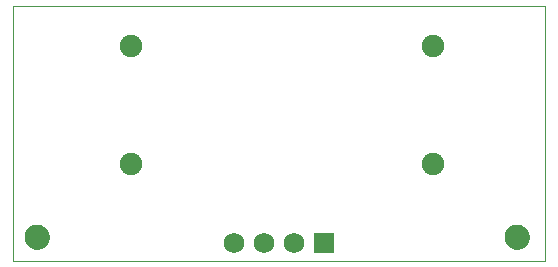
<source format=gbs>
G75*
%MOIN*%
%OFA0B0*%
%FSLAX25Y25*%
%IPPOS*%
%LPD*%
%AMOC8*
5,1,8,0,0,1.08239X$1,22.5*
%
%ADD10C,0.00000*%
%ADD11C,0.08274*%
%ADD12R,0.06900X0.06900*%
%ADD13C,0.06900*%
%ADD14C,0.07487*%
D10*
X0014157Y0019933D02*
X0014157Y0104733D01*
X0191322Y0104733D01*
X0191322Y0019933D01*
X0014157Y0019933D01*
X0018094Y0027807D02*
X0018096Y0027932D01*
X0018102Y0028057D01*
X0018112Y0028181D01*
X0018126Y0028305D01*
X0018143Y0028429D01*
X0018165Y0028552D01*
X0018191Y0028674D01*
X0018220Y0028796D01*
X0018253Y0028916D01*
X0018291Y0029035D01*
X0018331Y0029154D01*
X0018376Y0029270D01*
X0018424Y0029385D01*
X0018476Y0029499D01*
X0018532Y0029611D01*
X0018591Y0029721D01*
X0018653Y0029829D01*
X0018719Y0029936D01*
X0018788Y0030040D01*
X0018861Y0030141D01*
X0018936Y0030241D01*
X0019015Y0030338D01*
X0019097Y0030432D01*
X0019182Y0030524D01*
X0019269Y0030613D01*
X0019360Y0030699D01*
X0019453Y0030782D01*
X0019549Y0030863D01*
X0019647Y0030940D01*
X0019747Y0031014D01*
X0019850Y0031085D01*
X0019955Y0031152D01*
X0020063Y0031217D01*
X0020172Y0031277D01*
X0020283Y0031335D01*
X0020396Y0031388D01*
X0020510Y0031438D01*
X0020626Y0031485D01*
X0020743Y0031527D01*
X0020862Y0031566D01*
X0020982Y0031602D01*
X0021103Y0031633D01*
X0021225Y0031661D01*
X0021347Y0031684D01*
X0021471Y0031704D01*
X0021595Y0031720D01*
X0021719Y0031732D01*
X0021844Y0031740D01*
X0021969Y0031744D01*
X0022093Y0031744D01*
X0022218Y0031740D01*
X0022343Y0031732D01*
X0022467Y0031720D01*
X0022591Y0031704D01*
X0022715Y0031684D01*
X0022837Y0031661D01*
X0022959Y0031633D01*
X0023080Y0031602D01*
X0023200Y0031566D01*
X0023319Y0031527D01*
X0023436Y0031485D01*
X0023552Y0031438D01*
X0023666Y0031388D01*
X0023779Y0031335D01*
X0023890Y0031277D01*
X0024000Y0031217D01*
X0024107Y0031152D01*
X0024212Y0031085D01*
X0024315Y0031014D01*
X0024415Y0030940D01*
X0024513Y0030863D01*
X0024609Y0030782D01*
X0024702Y0030699D01*
X0024793Y0030613D01*
X0024880Y0030524D01*
X0024965Y0030432D01*
X0025047Y0030338D01*
X0025126Y0030241D01*
X0025201Y0030141D01*
X0025274Y0030040D01*
X0025343Y0029936D01*
X0025409Y0029829D01*
X0025471Y0029721D01*
X0025530Y0029611D01*
X0025586Y0029499D01*
X0025638Y0029385D01*
X0025686Y0029270D01*
X0025731Y0029154D01*
X0025771Y0029035D01*
X0025809Y0028916D01*
X0025842Y0028796D01*
X0025871Y0028674D01*
X0025897Y0028552D01*
X0025919Y0028429D01*
X0025936Y0028305D01*
X0025950Y0028181D01*
X0025960Y0028057D01*
X0025966Y0027932D01*
X0025968Y0027807D01*
X0025966Y0027682D01*
X0025960Y0027557D01*
X0025950Y0027433D01*
X0025936Y0027309D01*
X0025919Y0027185D01*
X0025897Y0027062D01*
X0025871Y0026940D01*
X0025842Y0026818D01*
X0025809Y0026698D01*
X0025771Y0026579D01*
X0025731Y0026460D01*
X0025686Y0026344D01*
X0025638Y0026229D01*
X0025586Y0026115D01*
X0025530Y0026003D01*
X0025471Y0025893D01*
X0025409Y0025785D01*
X0025343Y0025678D01*
X0025274Y0025574D01*
X0025201Y0025473D01*
X0025126Y0025373D01*
X0025047Y0025276D01*
X0024965Y0025182D01*
X0024880Y0025090D01*
X0024793Y0025001D01*
X0024702Y0024915D01*
X0024609Y0024832D01*
X0024513Y0024751D01*
X0024415Y0024674D01*
X0024315Y0024600D01*
X0024212Y0024529D01*
X0024107Y0024462D01*
X0023999Y0024397D01*
X0023890Y0024337D01*
X0023779Y0024279D01*
X0023666Y0024226D01*
X0023552Y0024176D01*
X0023436Y0024129D01*
X0023319Y0024087D01*
X0023200Y0024048D01*
X0023080Y0024012D01*
X0022959Y0023981D01*
X0022837Y0023953D01*
X0022715Y0023930D01*
X0022591Y0023910D01*
X0022467Y0023894D01*
X0022343Y0023882D01*
X0022218Y0023874D01*
X0022093Y0023870D01*
X0021969Y0023870D01*
X0021844Y0023874D01*
X0021719Y0023882D01*
X0021595Y0023894D01*
X0021471Y0023910D01*
X0021347Y0023930D01*
X0021225Y0023953D01*
X0021103Y0023981D01*
X0020982Y0024012D01*
X0020862Y0024048D01*
X0020743Y0024087D01*
X0020626Y0024129D01*
X0020510Y0024176D01*
X0020396Y0024226D01*
X0020283Y0024279D01*
X0020172Y0024337D01*
X0020062Y0024397D01*
X0019955Y0024462D01*
X0019850Y0024529D01*
X0019747Y0024600D01*
X0019647Y0024674D01*
X0019549Y0024751D01*
X0019453Y0024832D01*
X0019360Y0024915D01*
X0019269Y0025001D01*
X0019182Y0025090D01*
X0019097Y0025182D01*
X0019015Y0025276D01*
X0018936Y0025373D01*
X0018861Y0025473D01*
X0018788Y0025574D01*
X0018719Y0025678D01*
X0018653Y0025785D01*
X0018591Y0025893D01*
X0018532Y0026003D01*
X0018476Y0026115D01*
X0018424Y0026229D01*
X0018376Y0026344D01*
X0018331Y0026460D01*
X0018291Y0026579D01*
X0018253Y0026698D01*
X0018220Y0026818D01*
X0018191Y0026940D01*
X0018165Y0027062D01*
X0018143Y0027185D01*
X0018126Y0027309D01*
X0018112Y0027433D01*
X0018102Y0027557D01*
X0018096Y0027682D01*
X0018094Y0027807D01*
X0178094Y0027807D02*
X0178096Y0027932D01*
X0178102Y0028057D01*
X0178112Y0028181D01*
X0178126Y0028305D01*
X0178143Y0028429D01*
X0178165Y0028552D01*
X0178191Y0028674D01*
X0178220Y0028796D01*
X0178253Y0028916D01*
X0178291Y0029035D01*
X0178331Y0029154D01*
X0178376Y0029270D01*
X0178424Y0029385D01*
X0178476Y0029499D01*
X0178532Y0029611D01*
X0178591Y0029721D01*
X0178653Y0029829D01*
X0178719Y0029936D01*
X0178788Y0030040D01*
X0178861Y0030141D01*
X0178936Y0030241D01*
X0179015Y0030338D01*
X0179097Y0030432D01*
X0179182Y0030524D01*
X0179269Y0030613D01*
X0179360Y0030699D01*
X0179453Y0030782D01*
X0179549Y0030863D01*
X0179647Y0030940D01*
X0179747Y0031014D01*
X0179850Y0031085D01*
X0179955Y0031152D01*
X0180063Y0031217D01*
X0180172Y0031277D01*
X0180283Y0031335D01*
X0180396Y0031388D01*
X0180510Y0031438D01*
X0180626Y0031485D01*
X0180743Y0031527D01*
X0180862Y0031566D01*
X0180982Y0031602D01*
X0181103Y0031633D01*
X0181225Y0031661D01*
X0181347Y0031684D01*
X0181471Y0031704D01*
X0181595Y0031720D01*
X0181719Y0031732D01*
X0181844Y0031740D01*
X0181969Y0031744D01*
X0182093Y0031744D01*
X0182218Y0031740D01*
X0182343Y0031732D01*
X0182467Y0031720D01*
X0182591Y0031704D01*
X0182715Y0031684D01*
X0182837Y0031661D01*
X0182959Y0031633D01*
X0183080Y0031602D01*
X0183200Y0031566D01*
X0183319Y0031527D01*
X0183436Y0031485D01*
X0183552Y0031438D01*
X0183666Y0031388D01*
X0183779Y0031335D01*
X0183890Y0031277D01*
X0184000Y0031217D01*
X0184107Y0031152D01*
X0184212Y0031085D01*
X0184315Y0031014D01*
X0184415Y0030940D01*
X0184513Y0030863D01*
X0184609Y0030782D01*
X0184702Y0030699D01*
X0184793Y0030613D01*
X0184880Y0030524D01*
X0184965Y0030432D01*
X0185047Y0030338D01*
X0185126Y0030241D01*
X0185201Y0030141D01*
X0185274Y0030040D01*
X0185343Y0029936D01*
X0185409Y0029829D01*
X0185471Y0029721D01*
X0185530Y0029611D01*
X0185586Y0029499D01*
X0185638Y0029385D01*
X0185686Y0029270D01*
X0185731Y0029154D01*
X0185771Y0029035D01*
X0185809Y0028916D01*
X0185842Y0028796D01*
X0185871Y0028674D01*
X0185897Y0028552D01*
X0185919Y0028429D01*
X0185936Y0028305D01*
X0185950Y0028181D01*
X0185960Y0028057D01*
X0185966Y0027932D01*
X0185968Y0027807D01*
X0185966Y0027682D01*
X0185960Y0027557D01*
X0185950Y0027433D01*
X0185936Y0027309D01*
X0185919Y0027185D01*
X0185897Y0027062D01*
X0185871Y0026940D01*
X0185842Y0026818D01*
X0185809Y0026698D01*
X0185771Y0026579D01*
X0185731Y0026460D01*
X0185686Y0026344D01*
X0185638Y0026229D01*
X0185586Y0026115D01*
X0185530Y0026003D01*
X0185471Y0025893D01*
X0185409Y0025785D01*
X0185343Y0025678D01*
X0185274Y0025574D01*
X0185201Y0025473D01*
X0185126Y0025373D01*
X0185047Y0025276D01*
X0184965Y0025182D01*
X0184880Y0025090D01*
X0184793Y0025001D01*
X0184702Y0024915D01*
X0184609Y0024832D01*
X0184513Y0024751D01*
X0184415Y0024674D01*
X0184315Y0024600D01*
X0184212Y0024529D01*
X0184107Y0024462D01*
X0183999Y0024397D01*
X0183890Y0024337D01*
X0183779Y0024279D01*
X0183666Y0024226D01*
X0183552Y0024176D01*
X0183436Y0024129D01*
X0183319Y0024087D01*
X0183200Y0024048D01*
X0183080Y0024012D01*
X0182959Y0023981D01*
X0182837Y0023953D01*
X0182715Y0023930D01*
X0182591Y0023910D01*
X0182467Y0023894D01*
X0182343Y0023882D01*
X0182218Y0023874D01*
X0182093Y0023870D01*
X0181969Y0023870D01*
X0181844Y0023874D01*
X0181719Y0023882D01*
X0181595Y0023894D01*
X0181471Y0023910D01*
X0181347Y0023930D01*
X0181225Y0023953D01*
X0181103Y0023981D01*
X0180982Y0024012D01*
X0180862Y0024048D01*
X0180743Y0024087D01*
X0180626Y0024129D01*
X0180510Y0024176D01*
X0180396Y0024226D01*
X0180283Y0024279D01*
X0180172Y0024337D01*
X0180062Y0024397D01*
X0179955Y0024462D01*
X0179850Y0024529D01*
X0179747Y0024600D01*
X0179647Y0024674D01*
X0179549Y0024751D01*
X0179453Y0024832D01*
X0179360Y0024915D01*
X0179269Y0025001D01*
X0179182Y0025090D01*
X0179097Y0025182D01*
X0179015Y0025276D01*
X0178936Y0025373D01*
X0178861Y0025473D01*
X0178788Y0025574D01*
X0178719Y0025678D01*
X0178653Y0025785D01*
X0178591Y0025893D01*
X0178532Y0026003D01*
X0178476Y0026115D01*
X0178424Y0026229D01*
X0178376Y0026344D01*
X0178331Y0026460D01*
X0178291Y0026579D01*
X0178253Y0026698D01*
X0178220Y0026818D01*
X0178191Y0026940D01*
X0178165Y0027062D01*
X0178143Y0027185D01*
X0178126Y0027309D01*
X0178112Y0027433D01*
X0178102Y0027557D01*
X0178096Y0027682D01*
X0178094Y0027807D01*
D11*
X0182031Y0027807D03*
X0022031Y0027807D03*
D12*
X0117574Y0025933D03*
D13*
X0107574Y0025933D03*
X0097574Y0025933D03*
X0087574Y0025933D03*
D14*
X0053527Y0052091D03*
X0053527Y0091461D03*
X0153920Y0091461D03*
X0153920Y0052091D03*
M02*

</source>
